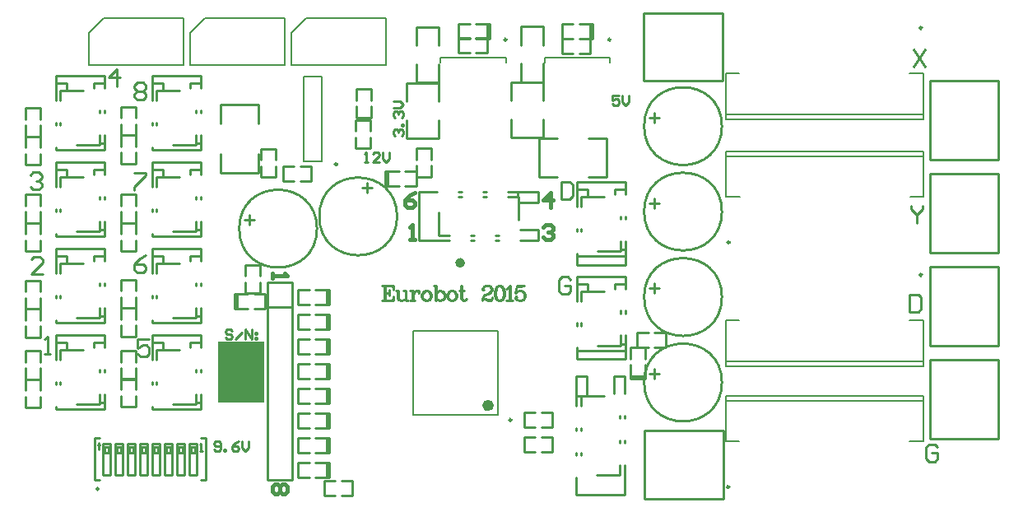
<source format=gto>
%FSAX25Y25*%
%MOIN*%
G70*
G01*
G75*
%ADD10O,0.06890X0.02165*%
%ADD11O,0.02165X0.06890*%
%ADD12R,0.03740X0.07480*%
%ADD13R,0.21654X0.27165*%
%ADD14R,0.11811X0.05906*%
%ADD15R,0.11811X0.05906*%
%ADD16R,0.02992X0.04921*%
%ADD17O,0.08661X0.02362*%
%ADD18R,0.12500X0.06000*%
%ADD19R,0.10000X0.06000*%
%ADD20R,0.03000X0.03000*%
%ADD21R,0.03000X0.03000*%
%ADD22R,0.05906X0.11811*%
%ADD23R,0.05906X0.11811*%
%ADD24R,0.06000X0.06000*%
%ADD25R,0.06000X0.12500*%
%ADD26C,0.03500*%
%ADD27C,0.01200*%
%ADD28C,0.01500*%
%ADD29C,0.05000*%
%ADD30C,0.08000*%
%ADD31C,0.06000*%
%ADD32C,0.08661*%
%ADD33R,0.10000X0.10000*%
%ADD34C,0.10000*%
%ADD35C,0.06693*%
%ADD36R,0.06693X0.06693*%
%ADD37C,0.06890*%
%ADD38R,0.06890X0.06890*%
%ADD39R,0.10000X0.10000*%
%ADD40C,0.23622*%
%ADD41C,0.03200*%
%ADD42O,0.06693X0.01378*%
%ADD43R,0.06693X0.01378*%
%ADD44R,0.06000X0.06000*%
%ADD45R,0.05000X0.06000*%
%ADD46R,0.06000X0.10000*%
%ADD47C,0.00984*%
%ADD48C,0.02362*%
%ADD49C,0.01000*%
%ADD50C,0.02000*%
%ADD51C,0.00787*%
%ADD52C,0.00500*%
%ADD53R,0.18800X0.24800*%
D28*
X0100000Y-0105500D02*
Y-0107499D01*
Y-0106500D01*
X0105998D01*
X0104998Y-0105500D01*
Y-0190800D02*
X0105998Y-0191800D01*
Y-0193799D01*
X0104998Y-0194799D01*
X0103999D01*
X0102999Y-0193799D01*
X0101999Y-0194799D01*
X0101000D01*
X0100000Y-0193799D01*
Y-0191800D01*
X0101000Y-0190800D01*
X0101999D01*
X0102999Y-0191800D01*
X0103999Y-0190800D01*
X0104998D01*
X0102999Y-0191800D02*
Y-0193799D01*
X0209400Y-0086802D02*
X0210400Y-0085802D01*
X0212399D01*
X0213399Y-0086802D01*
Y-0087801D01*
X0212399Y-0088801D01*
X0211399D01*
X0212399D01*
X0213399Y-0089801D01*
Y-0090800D01*
X0212399Y-0091800D01*
X0210400D01*
X0209400Y-0090800D01*
X0212399Y-0078800D02*
Y-0072802D01*
X0209400Y-0075801D01*
X0213399D01*
X0157399Y-0072802D02*
X0155399Y-0073802D01*
X0153400Y-0075801D01*
Y-0077800D01*
X0154400Y-0078800D01*
X0156399D01*
X0157399Y-0077800D01*
Y-0076801D01*
X0156399Y-0075801D01*
X0153400D01*
X0155400Y-0091800D02*
X0157399D01*
X0156400D01*
Y-0085802D01*
X0155400Y-0086802D01*
D47*
X0196736Y-0164728D02*
G03*
X0196736Y-0164728I-0000492J0000000D01*
G01*
X0194704Y-0010774D02*
G03*
X0194704Y-0010774I-0000492J0000000D01*
G01*
X0284916Y-0191876D02*
G03*
X0284916Y-0191876I-0000492J0000000D01*
G01*
X0029531Y-0192706D02*
G03*
X0029531Y-0192706I-0000492J0000000D01*
G01*
X0126141Y-0061247D02*
G03*
X0126141Y-0061247I-0000492J0000000D01*
G01*
X0362994Y-0005985D02*
G03*
X0362994Y-0005985I-0000492J0000000D01*
G01*
X0285090Y-0092900D02*
G03*
X0285090Y-0092900I-0000492J0000000D01*
G01*
X0362994Y-0105985D02*
G03*
X0362994Y-0105985I-0000492J0000000D01*
G01*
X0236904Y-0010774D02*
G03*
X0236904Y-0010774I-0000492J0000000D01*
G01*
D48*
X0188370Y-0158921D02*
G03*
X0188370Y-0158921I-0001181J0000000D01*
G01*
D49*
X0117910Y-0087300D02*
G03*
X0117910Y-0087300I-0015748J0000000D01*
G01*
X0281910Y-0045800D02*
G03*
X0281910Y-0045800I-0015748J0000000D01*
G01*
Y-0080400D02*
G03*
X0281910Y-0080400I-0015748J0000000D01*
G01*
Y-0115000D02*
G03*
X0281910Y-0115000I-0015748J0000000D01*
G01*
Y-0149600D02*
G03*
X0281910Y-0149600I-0015748J0000000D01*
G01*
X0150348Y-0082362D02*
G03*
X0150348Y-0082362I-0015748J0000000D01*
G01*
X0250500Y-0196614D02*
Y-0169100D01*
X0282500D01*
X0250500Y-0196614D02*
X0282500D01*
Y-0169100D01*
X0051057Y-0025557D02*
X0051215Y-0025400D01*
X0070700D01*
X0051057Y-0028500D02*
Y-0025557D01*
X0070700Y-0025400D02*
X0070743Y-0025443D01*
Y-0028500D02*
Y-0025443D01*
X0051057Y-0035447D02*
X0051057Y-0028500D01*
X0051057Y-0045447D02*
Y-0044353D01*
X0068774Y-0040447D02*
Y-0039353D01*
X0055388Y-0031358D02*
X0062353D01*
X0053026D02*
X0055388D01*
X0053026D02*
X0055388D01*
X0066412Y-0028500D02*
X0070743D01*
X0051057D02*
X0055388D01*
X0066412Y-0030447D02*
Y-0028500D01*
X0055388Y-0031358D02*
Y-0028500D01*
X0070743Y-0040447D02*
Y-0039353D01*
X0053026Y-0045447D02*
Y-0044353D01*
X0053026Y-0035447D02*
Y-0031358D01*
X0070743Y-0028500D02*
X0070743Y-0030447D01*
X0051057Y-0055500D02*
Y-0054353D01*
X0070743Y-0055500D02*
X0070743Y-0049353D01*
X0051057Y-0055500D02*
X0070743D01*
X0068774Y-0052873D02*
X0070743D01*
X0059447Y-0053444D02*
X0068774D01*
Y-0053442D02*
Y-0049353D01*
X0098000Y-0119000D02*
X0108000D01*
Y-0189000D02*
Y-0109000D01*
X0098000Y-0189000D02*
X0108000D01*
X0098000D02*
Y-0109000D01*
X0108000D01*
X0029609Y-0176643D02*
Y-0174202D01*
X0029609D02*
X0030003Y-0175029D01*
X0029216D02*
X0029609Y-0174202D01*
X0027700Y-0189100D02*
Y-0172100D01*
X0033688Y-0178100D02*
Y-0175777D01*
X0031720D02*
X0033688D01*
X0031700Y-0178100D02*
X0033688D01*
X0031700D02*
Y-0175797D01*
X0038688Y-0178080D02*
Y-0175777D01*
X0036700D02*
X0038688D01*
X0036700Y-0178100D02*
X0038669D01*
X0036700D02*
Y-0175777D01*
X0043688Y-0178080D02*
Y-0175777D01*
X0041700D02*
X0043688D01*
X0041700Y-0178100D02*
X0043668D01*
X0041700D02*
Y-0175777D01*
X0048688Y-0178080D02*
Y-0175777D01*
X0046700D02*
X0048688D01*
X0046700Y-0178100D02*
X0048669D01*
X0046700D02*
Y-0175777D01*
X0031322Y-0174301D02*
X0034078D01*
X0031322Y-0186899D02*
Y-0174301D01*
Y-0186899D02*
X0034078D01*
Y-0174301D01*
X0036322D02*
X0039078D01*
X0036322Y-0186899D02*
Y-0174301D01*
Y-0186899D02*
X0039078D01*
Y-0174301D01*
X0041322D02*
X0044078D01*
X0041322Y-0186899D02*
Y-0174301D01*
Y-0186899D02*
X0044078D01*
Y-0174301D01*
X0049078Y-0186899D02*
Y-0174301D01*
X0046322Y-0186899D02*
X0049078D01*
X0046322D02*
Y-0174301D01*
X0049078D01*
X0027700Y-0189100D02*
X0029704D01*
X0027700Y-0172100D02*
X0029704D01*
X0072700Y-0189100D02*
Y-0172100D01*
X0066322Y-0174301D02*
X0069078D01*
X0066322Y-0186899D02*
Y-0174301D01*
Y-0186899D02*
X0069078D01*
Y-0174301D01*
X0064078Y-0186899D02*
Y-0174301D01*
X0061322Y-0186899D02*
X0064078D01*
X0061322D02*
Y-0174301D01*
X0064078D01*
X0059078Y-0186899D02*
Y-0174301D01*
X0056322Y-0186899D02*
X0059078D01*
X0056322D02*
Y-0174301D01*
X0059078D01*
X0066700Y-0178100D02*
Y-0175777D01*
Y-0178100D02*
X0068669D01*
X0066700Y-0175777D02*
X0068688D01*
Y-0178080D02*
Y-0175777D01*
X0061700Y-0178100D02*
Y-0175777D01*
Y-0178100D02*
X0063669D01*
X0061700Y-0175777D02*
X0063688D01*
Y-0178080D02*
Y-0175777D01*
X0056700Y-0178100D02*
Y-0175777D01*
Y-0178100D02*
X0058669D01*
X0056700Y-0175777D02*
X0058688D01*
Y-0178080D02*
Y-0175777D01*
X0051322Y-0174301D02*
X0054078D01*
X0051322Y-0186899D02*
Y-0174301D01*
Y-0186899D02*
X0054078D01*
Y-0174301D01*
X0051700Y-0178100D02*
Y-0175777D01*
Y-0178100D02*
X0053668D01*
X0051700Y-0175777D02*
X0053688D01*
Y-0178080D02*
Y-0175777D01*
X0070696Y-0189100D02*
X0072700D01*
X0070696Y-0172100D02*
X0072700D01*
X0240674Y-0187042D02*
Y-0182953D01*
X0231347Y-0187044D02*
X0240674D01*
X0222957Y-0195056D02*
X0242643D01*
X0242643Y-0182953D01*
X0222957Y-0187953D02*
X0222957Y-0195056D01*
X0222957Y-0159047D02*
X0222957Y-0146944D01*
X0222957Y-0179047D02*
Y-0177953D01*
Y-0169047D02*
Y-0167953D01*
X0240674Y-0164047D02*
Y-0162953D01*
X0240674Y-0174047D02*
Y-0172953D01*
X0227288Y-0154958D02*
X0234253D01*
X0224926D02*
X0227288D01*
X0224926D02*
X0227288D01*
X0238312Y-0146946D02*
X0242643D01*
X0222957Y-0146945D02*
X0227288D01*
X0238312Y-0154047D02*
Y-0146946D01*
X0227288Y-0154958D02*
Y-0146946D01*
X0242643Y-0174047D02*
Y-0172953D01*
X0242643Y-0164047D02*
Y-0162953D01*
X0224926Y-0179047D02*
Y-0177953D01*
X0224926Y-0169047D02*
Y-0167953D01*
X0224926Y-0159047D02*
Y-0154958D01*
X0242643Y-0146946D02*
X0242643Y-0154047D01*
X0222957Y-0155055D02*
X0224926D01*
X0078850Y-0064650D02*
X0094350D01*
Y-0057150D01*
X0078850Y-0064650D02*
Y-0057150D01*
X0094350Y-0044650D02*
Y-0037150D01*
X0078850Y-0044650D02*
Y-0037150D01*
X0094350D01*
X0167200Y-0035750D02*
Y-0028250D01*
X0154200D02*
X0167200D01*
X0154200Y-0035750D02*
Y-0028250D01*
X0167200Y-0050750D02*
Y-0043250D01*
X0154200Y-0050750D02*
X0167200D01*
X0154200D02*
Y-0043250D01*
X0110250Y-0188000D02*
Y-0182000D01*
Y-0188000D02*
X0114750D01*
X0110250Y-0182000D02*
X0114750D01*
X0117250Y-0188000D02*
X0122750D01*
X0117250Y-0182000D02*
X0122750D01*
X0121750Y-0188000D02*
Y-0182000D01*
X0122750Y-0188000D02*
Y-0182000D01*
X0247650Y-0135400D02*
Y-0129400D01*
Y-0135400D02*
X0252150D01*
X0247650Y-0129400D02*
X0252150D01*
X0254650Y-0135400D02*
X0259150D01*
X0254650Y-0129400D02*
X0259150D01*
Y-0135400D02*
Y-0129400D01*
X0158200Y-0066250D02*
X0164200D01*
Y-0061750D01*
X0158200Y-0066250D02*
Y-0061750D01*
X0164200Y-0059250D02*
Y-0054750D01*
X0158200Y-0059250D02*
Y-0054750D01*
X0164200D01*
X0088900Y-0113550D02*
X0094900D01*
Y-0109050D01*
X0088900Y-0113550D02*
Y-0109050D01*
X0094900Y-0106550D02*
Y-0102050D01*
X0088900Y-0106550D02*
Y-0102050D01*
X0094900D01*
X0217050Y-0016300D02*
Y-0010300D01*
Y-0016300D02*
X0221550D01*
X0217050Y-0010300D02*
X0221550D01*
X0224050Y-0016300D02*
X0228550D01*
X0224050Y-0010300D02*
X0228550D01*
Y-0016300D02*
Y-0010300D01*
X0175350Y-0016200D02*
Y-0010200D01*
Y-0016200D02*
X0179850D01*
X0175350Y-0010200D02*
X0179850D01*
X0182350Y-0016200D02*
X0186850D01*
X0182350Y-0010200D02*
X0186850D01*
Y-0016200D02*
Y-0010200D01*
X0244700Y-0135450D02*
X0250700D01*
X0244700Y-0139950D02*
Y-0135450D01*
X0250700Y-0139950D02*
Y-0135450D01*
X0244700Y-0147950D02*
Y-0142450D01*
X0250700Y-0147950D02*
Y-0142450D01*
X0244700Y-0146950D02*
X0250700D01*
X0244700Y-0147950D02*
X0250700D01*
X0158150Y-0070200D02*
Y-0064200D01*
X0153650D02*
X0158150D01*
X0153650Y-0070200D02*
X0158150D01*
X0145650Y-0064200D02*
X0151150D01*
X0145650Y-0070200D02*
X0151150D01*
X0146650D02*
Y-0064200D01*
X0145650Y-0070200D02*
Y-0064200D01*
X0096950Y-0119600D02*
Y-0113600D01*
X0092450D02*
X0096950D01*
X0092450Y-0119600D02*
X0096950D01*
X0084450Y-0113600D02*
X0089950D01*
X0084450Y-0119600D02*
X0089950D01*
X0085450D02*
Y-0113600D01*
X0084450Y-0119600D02*
Y-0113600D01*
X0217050Y-0010300D02*
Y-0004300D01*
Y-0010300D02*
X0221550D01*
X0217050Y-0004300D02*
X0221550D01*
X0224050Y-0010300D02*
X0229550D01*
X0224050Y-0004300D02*
X0229550D01*
X0228550Y-0010300D02*
Y-0004300D01*
X0229550Y-0010300D02*
Y-0004300D01*
X0175350Y-0010300D02*
Y-0004300D01*
Y-0010300D02*
X0179850D01*
X0175350Y-0004300D02*
X0179850D01*
X0182350Y-0010300D02*
X0187850D01*
X0182350Y-0004300D02*
X0187850D01*
X0186850Y-0010300D02*
Y-0004300D01*
X0187850Y-0010300D02*
Y-0004300D01*
X0167358Y-0090174D02*
X0171447D01*
X0167356D02*
Y-0080847D01*
X0159344Y-0092143D02*
Y-0072457D01*
Y-0092143D02*
X0171447Y-0092143D01*
X0159344Y-0072457D02*
X0166447Y-0072457D01*
X0195353Y-0072457D02*
X0207456Y-0072457D01*
X0175353Y-0072457D02*
X0176447D01*
X0185353D02*
X0186447D01*
X0190353Y-0090174D02*
X0191447D01*
X0180353Y-0090174D02*
X0181447D01*
X0199442Y-0083753D02*
Y-0076788D01*
Y-0074426D01*
Y-0076788D02*
Y-0074426D01*
X0207454Y-0092143D02*
Y-0087812D01*
X0207455Y-0076788D02*
Y-0072457D01*
X0200353Y-0087812D02*
X0207454D01*
X0199442Y-0076788D02*
X0207454D01*
X0180353Y-0092143D02*
X0181447D01*
X0190353Y-0092143D02*
X0191447D01*
X0175353Y-0074426D02*
X0176447D01*
X0185353Y-0074426D02*
X0186447D01*
X0195353Y-0074426D02*
X0199442D01*
X0200353Y-0092143D02*
X0207454Y-0092143D01*
X0199345Y-0074426D02*
Y-0072457D01*
X0366200Y-0059300D02*
X0393714D01*
X0366200D02*
Y-0027300D01*
X0393714Y-0059300D02*
Y-0027300D01*
X0366200D02*
X0393714D01*
X0366200Y-0096967D02*
X0393714D01*
X0366200D02*
Y-0064967D01*
X0393714Y-0096967D02*
Y-0064967D01*
X0366200D02*
X0393714D01*
X0366200Y-0134633D02*
X0393714D01*
X0366200D02*
Y-0102633D01*
X0393714Y-0134633D02*
Y-0102633D01*
X0366200D02*
X0393714D01*
X0366200Y-0172300D02*
X0393714D01*
X0366200D02*
Y-0140300D01*
X0393714Y-0172300D02*
Y-0140300D01*
X0366200D02*
X0393714D01*
X0213250Y-0177700D02*
Y-0171700D01*
X0208750D02*
X0213250D01*
X0208750Y-0177700D02*
X0213250D01*
X0201750Y-0171700D02*
X0206250D01*
X0201750Y-0177700D02*
X0206250D01*
X0201750D02*
Y-0171700D01*
X0213250Y-0167700D02*
Y-0161700D01*
X0208750D02*
X0213250D01*
X0208750Y-0167700D02*
X0213250D01*
X0201750Y-0161700D02*
X0206250D01*
X0201750Y-0167700D02*
X0206250D01*
X0201750D02*
Y-0161700D01*
X0115550Y-0068200D02*
Y-0062200D01*
X0111050D02*
X0115550D01*
X0111050Y-0068200D02*
X0115550D01*
X0104050Y-0062200D02*
X0108550D01*
X0104050Y-0068200D02*
X0108550D01*
X0104050D02*
Y-0062200D01*
X0133700Y-0042250D02*
X0139700D01*
Y-0037750D01*
X0133700Y-0042250D02*
Y-0037750D01*
X0139700Y-0035250D02*
Y-0030750D01*
X0133700Y-0035250D02*
Y-0030750D01*
X0139700D01*
X0223057Y-0106757D02*
X0223215Y-0106600D01*
X0242700D01*
X0223057Y-0109700D02*
Y-0106757D01*
X0242700Y-0106600D02*
X0242743Y-0106643D01*
Y-0109700D02*
Y-0106643D01*
X0223057Y-0140100D02*
Y-0139943D01*
Y-0140100D02*
X0242700D01*
X0223057Y-0139943D02*
Y-0136700D01*
X0242700Y-0140100D02*
X0242743Y-0140057D01*
Y-0136700D01*
X0223057Y-0116647D02*
X0223057Y-0109700D01*
X0223057Y-0126647D02*
Y-0125553D01*
X0240774Y-0121647D02*
Y-0120553D01*
X0227388Y-0112558D02*
X0234353D01*
X0225026D02*
X0227388D01*
X0225026D02*
X0227388D01*
X0238412Y-0109700D02*
X0242743D01*
X0223057D02*
X0227388D01*
X0238412Y-0111647D02*
Y-0109700D01*
X0227388Y-0112558D02*
Y-0109700D01*
X0242743Y-0121647D02*
Y-0120553D01*
X0225026Y-0126647D02*
Y-0125553D01*
X0225026Y-0116647D02*
Y-0112558D01*
X0242743Y-0109700D02*
X0242743Y-0111647D01*
X0223057Y-0136700D02*
Y-0135553D01*
X0242743Y-0136700D02*
X0242743Y-0130553D01*
X0223057Y-0136700D02*
X0242743D01*
X0240774Y-0134073D02*
X0242743D01*
X0231447Y-0134644D02*
X0240774D01*
Y-0134642D02*
Y-0130553D01*
X0223057Y-0068557D02*
X0223215Y-0068400D01*
X0242700D01*
X0223057Y-0071500D02*
Y-0068557D01*
X0242700Y-0068400D02*
X0242743Y-0068443D01*
Y-0071500D02*
Y-0068443D01*
X0223057Y-0101900D02*
Y-0101743D01*
Y-0101900D02*
X0242700D01*
X0223057Y-0101743D02*
Y-0098500D01*
X0242700Y-0101900D02*
X0242743Y-0101857D01*
Y-0098500D01*
X0223057Y-0078447D02*
X0223057Y-0071500D01*
X0223057Y-0088447D02*
Y-0087353D01*
X0240774Y-0083447D02*
Y-0082353D01*
X0227388Y-0074358D02*
X0234353D01*
X0225026D02*
X0227388D01*
X0225026D02*
X0227388D01*
X0238412Y-0071500D02*
X0242743D01*
X0223057D02*
X0227388D01*
X0238412Y-0073447D02*
Y-0071500D01*
X0227388Y-0074358D02*
Y-0071500D01*
X0242743Y-0083447D02*
Y-0082353D01*
X0225026Y-0088447D02*
Y-0087353D01*
X0225026Y-0078447D02*
Y-0074358D01*
X0242743Y-0071500D02*
X0242743Y-0073447D01*
X0223057Y-0098500D02*
Y-0097353D01*
X0242743Y-0098500D02*
X0242743Y-0092353D01*
X0223057Y-0098500D02*
X0242743D01*
X0240774Y-0095873D02*
X0242743D01*
X0231447Y-0096444D02*
X0240774D01*
Y-0096442D02*
Y-0092353D01*
X0282300Y-0027500D02*
Y0000014D01*
X0250300Y-0027500D02*
X0282300D01*
X0250300Y0000014D02*
X0282300D01*
X0250300Y-0027500D02*
Y0000014D01*
X0120750Y-0195400D02*
Y-0189400D01*
Y-0195400D02*
X0125250D01*
X0120750Y-0189400D02*
X0125250D01*
X0127750Y-0195400D02*
X0132250D01*
X0127750Y-0189400D02*
X0132250D01*
Y-0195400D02*
Y-0189400D01*
X0133600Y-0043250D02*
X0139600D01*
X0133600Y-0047750D02*
Y-0043250D01*
X0139600Y-0047750D02*
Y-0043250D01*
X0133600Y-0054750D02*
Y-0050250D01*
X0139600Y-0054750D02*
Y-0050250D01*
X0133600Y-0054750D02*
X0139600D01*
X0095200Y-0066450D02*
X0101200D01*
Y-0061950D01*
X0095200Y-0066450D02*
Y-0061950D01*
X0101200Y-0059450D02*
Y-0054950D01*
X0095200Y-0059450D02*
Y-0054950D01*
X0101200D01*
X0209400Y-0035550D02*
Y-0028050D01*
X0196400D02*
X0209400D01*
X0196400Y-0035550D02*
Y-0028050D01*
X0209400Y-0050550D02*
Y-0043050D01*
X0196400Y-0050550D02*
X0209400D01*
X0196400D02*
Y-0043050D01*
X0209400Y-0028050D02*
Y-0020550D01*
X0200400Y-0028050D02*
X0209400D01*
X0200400D02*
Y-0020550D01*
X0209400Y-0013050D02*
Y-0005550D01*
X0200400D02*
X0209400D01*
X0200400Y-0013050D02*
Y-0005550D01*
X0235250Y-0066250D02*
Y-0050750D01*
X0227750D02*
X0235250D01*
X0227750Y-0066250D02*
X0235250D01*
X0207750Y-0050750D02*
X0215250D01*
X0207750Y-0066250D02*
X0215250D01*
X0207750D02*
Y-0050750D01*
X0167200Y-0028150D02*
Y-0020650D01*
X0158200Y-0028150D02*
X0167200D01*
X0158200D02*
Y-0020650D01*
X0167200Y-0013150D02*
Y-0005650D01*
X0158200D02*
X0167200D01*
X0158200Y-0013150D02*
Y-0005650D01*
X0012057Y-0130557D02*
X0012215Y-0130400D01*
X0031700D01*
X0012057Y-0133500D02*
Y-0130557D01*
X0031700Y-0130400D02*
X0031743Y-0130443D01*
Y-0133500D02*
Y-0130443D01*
X0012057Y-0140447D02*
X0012057Y-0133500D01*
X0012057Y-0150447D02*
Y-0149353D01*
X0029774Y-0145447D02*
Y-0144353D01*
X0016388Y-0136358D02*
X0023353D01*
X0014026D02*
X0016388D01*
X0014026D02*
X0016388D01*
X0027412Y-0133500D02*
X0031743D01*
X0012057D02*
X0016388D01*
X0027412Y-0135447D02*
Y-0133500D01*
X0016388Y-0136358D02*
Y-0133500D01*
X0031743Y-0145447D02*
Y-0144353D01*
X0014026Y-0150447D02*
Y-0149353D01*
X0014026Y-0140447D02*
Y-0136358D01*
X0031743Y-0133500D02*
X0031743Y-0135447D01*
X0012057Y-0160500D02*
Y-0159353D01*
X0031743Y-0160500D02*
X0031743Y-0154353D01*
X0012057Y-0160500D02*
X0031743D01*
X0029774Y-0157873D02*
X0031743D01*
X0020447Y-0158444D02*
X0029774D01*
Y-0158442D02*
Y-0154353D01*
X0012057Y-0095557D02*
X0012215Y-0095400D01*
X0031700D01*
X0012057Y-0098500D02*
Y-0095557D01*
X0031700Y-0095400D02*
X0031743Y-0095443D01*
Y-0098500D02*
Y-0095443D01*
X0012057Y-0105447D02*
X0012057Y-0098500D01*
X0012057Y-0115447D02*
Y-0114353D01*
X0029774Y-0110447D02*
Y-0109353D01*
X0016388Y-0101358D02*
X0023353D01*
X0014026D02*
X0016388D01*
X0014026D02*
X0016388D01*
X0027412Y-0098500D02*
X0031743D01*
X0012057D02*
X0016388D01*
X0027412Y-0100447D02*
Y-0098500D01*
X0016388Y-0101358D02*
Y-0098500D01*
X0031743Y-0110447D02*
Y-0109353D01*
X0014026Y-0115447D02*
Y-0114353D01*
X0014026Y-0105447D02*
Y-0101358D01*
X0031743Y-0098500D02*
X0031743Y-0100447D01*
X0012057Y-0125500D02*
Y-0124353D01*
X0031743Y-0125500D02*
X0031743Y-0119353D01*
X0012057Y-0125500D02*
X0031743D01*
X0029774Y-0122873D02*
X0031743D01*
X0020447Y-0123444D02*
X0029774D01*
Y-0123442D02*
Y-0119353D01*
X0012057Y-0060557D02*
X0012215Y-0060400D01*
X0031700D01*
X0012057Y-0063500D02*
Y-0060557D01*
X0031700Y-0060400D02*
X0031743Y-0060443D01*
Y-0063500D02*
Y-0060443D01*
X0012057Y-0070447D02*
X0012057Y-0063500D01*
X0012057Y-0080447D02*
Y-0079353D01*
X0029774Y-0075447D02*
Y-0074353D01*
X0016388Y-0066358D02*
X0023353D01*
X0014026D02*
X0016388D01*
X0014026D02*
X0016388D01*
X0027412Y-0063500D02*
X0031743D01*
X0012057D02*
X0016388D01*
X0027412Y-0065447D02*
Y-0063500D01*
X0016388Y-0066358D02*
Y-0063500D01*
X0031743Y-0075447D02*
Y-0074353D01*
X0014026Y-0080447D02*
Y-0079353D01*
X0014026Y-0070447D02*
Y-0066358D01*
X0031743Y-0063500D02*
X0031743Y-0065447D01*
X0012057Y-0090500D02*
Y-0089353D01*
X0031743Y-0090500D02*
X0031743Y-0084353D01*
X0012057Y-0090500D02*
X0031743D01*
X0029774Y-0087873D02*
X0031743D01*
X0020447Y-0088444D02*
X0029774D01*
Y-0088442D02*
Y-0084353D01*
X0012057Y-0025557D02*
X0012215Y-0025400D01*
X0031700D01*
X0012057Y-0028500D02*
Y-0025557D01*
X0031700Y-0025400D02*
X0031743Y-0025443D01*
Y-0028500D02*
Y-0025443D01*
X0012057Y-0035447D02*
X0012057Y-0028500D01*
X0012057Y-0045447D02*
Y-0044353D01*
X0029774Y-0040447D02*
Y-0039353D01*
X0016388Y-0031358D02*
X0023353D01*
X0014026D02*
X0016388D01*
X0014026D02*
X0016388D01*
X0027412Y-0028500D02*
X0031743D01*
X0012057D02*
X0016388D01*
X0027412Y-0030447D02*
Y-0028500D01*
X0016388Y-0031358D02*
Y-0028500D01*
X0031743Y-0040447D02*
Y-0039353D01*
X0014026Y-0045447D02*
Y-0044353D01*
X0014026Y-0035447D02*
Y-0031358D01*
X0031743Y-0028500D02*
X0031743Y-0030447D01*
X0012057Y-0055500D02*
Y-0054353D01*
X0031743Y-0055500D02*
X0031743Y-0049353D01*
X0012057Y-0055500D02*
X0031743D01*
X0029774Y-0052873D02*
X0031743D01*
X0020447Y-0053444D02*
X0029774D01*
Y-0053442D02*
Y-0049353D01*
X0051057Y-0130557D02*
X0051215Y-0130400D01*
X0070700D01*
X0051057Y-0133500D02*
Y-0130557D01*
X0070700Y-0130400D02*
X0070743Y-0130443D01*
Y-0133500D02*
Y-0130443D01*
X0051057Y-0140447D02*
X0051057Y-0133500D01*
X0051057Y-0150447D02*
Y-0149353D01*
X0068774Y-0145447D02*
Y-0144353D01*
X0055388Y-0136358D02*
X0062353D01*
X0053026D02*
X0055388D01*
X0053026D02*
X0055388D01*
X0066412Y-0133500D02*
X0070743D01*
X0051057D02*
X0055388D01*
X0066412Y-0135447D02*
Y-0133500D01*
X0055388Y-0136358D02*
Y-0133500D01*
X0070743Y-0145447D02*
Y-0144353D01*
X0053026Y-0150447D02*
Y-0149353D01*
X0053026Y-0140447D02*
Y-0136358D01*
X0070743Y-0133500D02*
X0070743Y-0135447D01*
X0051057Y-0160500D02*
Y-0159353D01*
X0070743Y-0160500D02*
X0070743Y-0154353D01*
X0051057Y-0160500D02*
X0070743D01*
X0068774Y-0157873D02*
X0070743D01*
X0059447Y-0158444D02*
X0068774D01*
Y-0158442D02*
Y-0154353D01*
X0051057Y-0095557D02*
X0051215Y-0095400D01*
X0070700D01*
X0051057Y-0098500D02*
Y-0095557D01*
X0070700Y-0095400D02*
X0070743Y-0095443D01*
Y-0098500D02*
Y-0095443D01*
X0051057Y-0105447D02*
X0051057Y-0098500D01*
X0051057Y-0115447D02*
Y-0114353D01*
X0068774Y-0110447D02*
Y-0109353D01*
X0055388Y-0101358D02*
X0062353D01*
X0053026D02*
X0055388D01*
X0053026D02*
X0055388D01*
X0066412Y-0098500D02*
X0070743D01*
X0051057D02*
X0055388D01*
X0066412Y-0100447D02*
Y-0098500D01*
X0055388Y-0101358D02*
Y-0098500D01*
X0070743Y-0110447D02*
Y-0109353D01*
X0053026Y-0115447D02*
Y-0114353D01*
X0053026Y-0105447D02*
Y-0101358D01*
X0070743Y-0098500D02*
X0070743Y-0100447D01*
X0051057Y-0125500D02*
Y-0124353D01*
X0070743Y-0125500D02*
X0070743Y-0119353D01*
X0051057Y-0125500D02*
X0070743D01*
X0068774Y-0122873D02*
X0070743D01*
X0059447Y-0123444D02*
X0068774D01*
Y-0123442D02*
Y-0119353D01*
X0051057Y-0060557D02*
X0051215Y-0060400D01*
X0070700D01*
X0051057Y-0063500D02*
Y-0060557D01*
X0070700Y-0060400D02*
X0070743Y-0060443D01*
Y-0063500D02*
Y-0060443D01*
X0051057Y-0070447D02*
X0051057Y-0063500D01*
X0051057Y-0080447D02*
Y-0079353D01*
X0068774Y-0075447D02*
Y-0074353D01*
X0055388Y-0066358D02*
X0062353D01*
X0053026D02*
X0055388D01*
X0053026D02*
X0055388D01*
X0066412Y-0063500D02*
X0070743D01*
X0051057D02*
X0055388D01*
X0066412Y-0065447D02*
Y-0063500D01*
X0055388Y-0066358D02*
Y-0063500D01*
X0070743Y-0075447D02*
Y-0074353D01*
X0053026Y-0080447D02*
Y-0079353D01*
X0053026Y-0070447D02*
Y-0066358D01*
X0070743Y-0063500D02*
X0070743Y-0065447D01*
X0051057Y-0090500D02*
Y-0089353D01*
X0070743Y-0090500D02*
X0070743Y-0084353D01*
X0051057Y-0090500D02*
X0070743D01*
X0068774Y-0087873D02*
X0070743D01*
X0059447Y-0088444D02*
X0068774D01*
Y-0088442D02*
Y-0084353D01*
X-0000100Y-0159750D02*
X0005900D01*
Y-0155250D01*
X-0000100Y-0159750D02*
Y-0155250D01*
X0005900Y-0152750D02*
Y-0148250D01*
X-0000100Y-0152750D02*
Y-0148250D01*
X0005900D01*
X-0000100Y-0131250D02*
X0005900D01*
Y-0126750D01*
X-0000100Y-0131250D02*
Y-0126750D01*
X0005900Y-0124250D02*
Y-0119750D01*
X-0000100Y-0124250D02*
Y-0119750D01*
X0005900D01*
X-0000100Y-0096550D02*
X0005900D01*
Y-0092050D01*
X-0000100Y-0096550D02*
Y-0092050D01*
X0005900Y-0089550D02*
Y-0085050D01*
X-0000100Y-0089550D02*
Y-0085050D01*
X0005900D01*
X-0000100Y-0061550D02*
X0005900D01*
Y-0057050D01*
X-0000100Y-0061550D02*
Y-0057050D01*
X0005900Y-0054550D02*
Y-0050050D01*
X-0000100Y-0054550D02*
Y-0050050D01*
X0005900D01*
X0038600Y-0159550D02*
X0044600D01*
Y-0155050D01*
X0038600Y-0159550D02*
Y-0155050D01*
X0044600Y-0152550D02*
Y-0148050D01*
X0038600Y-0152550D02*
Y-0148050D01*
X0044600D01*
X0038600Y-0131050D02*
X0044600D01*
Y-0126550D01*
X0038600Y-0131050D02*
Y-0126550D01*
X0044600Y-0124050D02*
Y-0119550D01*
X0038600Y-0124050D02*
Y-0119550D01*
X0044600D01*
X0038600Y-0096450D02*
X0044600D01*
Y-0091950D01*
X0038600Y-0096450D02*
Y-0091950D01*
X0044600Y-0089450D02*
Y-0084950D01*
X0038600Y-0089450D02*
Y-0084950D01*
X0044600D01*
X0038600Y-0060950D02*
X0044600D01*
Y-0056450D01*
X0038600Y-0060950D02*
Y-0056450D01*
X0044600Y-0053950D02*
Y-0049450D01*
X0038600Y-0053950D02*
Y-0049450D01*
X0044600D01*
X-0000100Y-0136850D02*
X0005900D01*
X-0000100Y-0141350D02*
Y-0136850D01*
X0005900Y-0141350D02*
Y-0136850D01*
X-0000100Y-0148350D02*
Y-0143850D01*
X0005900Y-0148350D02*
Y-0143850D01*
X-0000100Y-0148350D02*
X0005900D01*
X-0000100Y-0108250D02*
X0005900D01*
X-0000100Y-0112750D02*
Y-0108250D01*
X0005900Y-0112750D02*
Y-0108250D01*
X-0000100Y-0119750D02*
Y-0115250D01*
X0005900Y-0119750D02*
Y-0115250D01*
X-0000100Y-0119750D02*
X0005900D01*
X-0000100Y-0073550D02*
X0005900D01*
X-0000100Y-0078050D02*
Y-0073550D01*
X0005900Y-0078050D02*
Y-0073550D01*
X-0000100Y-0085050D02*
Y-0080550D01*
X0005900Y-0085050D02*
Y-0080550D01*
X-0000100Y-0085050D02*
X0005900D01*
X-0000100Y-0038550D02*
X0005900D01*
X-0000100Y-0043050D02*
Y-0038550D01*
X0005900Y-0043050D02*
Y-0038550D01*
X-0000100Y-0050050D02*
Y-0045550D01*
X0005900Y-0050050D02*
Y-0045550D01*
X-0000100Y-0050050D02*
X0005900D01*
X0038600Y-0136850D02*
X0044600D01*
X0038600Y-0141350D02*
Y-0136850D01*
X0044600Y-0141350D02*
Y-0136850D01*
X0038600Y-0148350D02*
Y-0143850D01*
X0044600Y-0148350D02*
Y-0143850D01*
X0038600Y-0148350D02*
X0044600D01*
X0038600Y-0108050D02*
X0044600D01*
X0038600Y-0112550D02*
Y-0108050D01*
X0044600Y-0112550D02*
Y-0108050D01*
X0038600Y-0119550D02*
Y-0115050D01*
X0044600Y-0119550D02*
Y-0115050D01*
X0038600Y-0119550D02*
X0044600D01*
X0038600Y-0073450D02*
X0044600D01*
X0038600Y-0077950D02*
Y-0073450D01*
X0044600Y-0077950D02*
Y-0073450D01*
X0038600Y-0084950D02*
Y-0080450D01*
X0044600Y-0084950D02*
Y-0080450D01*
X0038600Y-0084950D02*
X0044600D01*
X0038600Y-0037900D02*
X0044600D01*
X0038600Y-0042400D02*
Y-0037900D01*
X0044600Y-0042400D02*
Y-0037900D01*
X0038600Y-0049400D02*
Y-0044900D01*
X0044600Y-0049400D02*
Y-0044900D01*
X0038600Y-0049400D02*
X0044600D01*
X0110250Y-0118000D02*
Y-0112000D01*
Y-0118000D02*
X0114750D01*
X0110250Y-0112000D02*
X0114750D01*
X0117250Y-0118000D02*
X0122750D01*
X0117250Y-0112000D02*
X0122750D01*
X0121750Y-0118000D02*
Y-0112000D01*
X0122750Y-0118000D02*
Y-0112000D01*
X0110250Y-0128000D02*
Y-0122000D01*
Y-0128000D02*
X0114750D01*
X0110250Y-0122000D02*
X0114750D01*
X0117250Y-0128000D02*
X0122750D01*
X0117250Y-0122000D02*
X0122750D01*
X0121750Y-0128000D02*
Y-0122000D01*
X0122750Y-0128000D02*
Y-0122000D01*
X0110250Y-0138000D02*
Y-0132000D01*
Y-0138000D02*
X0114750D01*
X0110250Y-0132000D02*
X0114750D01*
X0117250Y-0138000D02*
X0122750D01*
X0117250Y-0132000D02*
X0122750D01*
X0121750Y-0138000D02*
Y-0132000D01*
X0122750Y-0138000D02*
Y-0132000D01*
X0110250Y-0148000D02*
Y-0142000D01*
Y-0148000D02*
X0114750D01*
X0110250Y-0142000D02*
X0114750D01*
X0117250Y-0148000D02*
X0122750D01*
X0117250Y-0142000D02*
X0122750D01*
X0121750Y-0148000D02*
Y-0142000D01*
X0122750Y-0148000D02*
Y-0142000D01*
X0110250Y-0158000D02*
Y-0152000D01*
Y-0158000D02*
X0114750D01*
X0110250Y-0152000D02*
X0114750D01*
X0117250Y-0158000D02*
X0122750D01*
X0117250Y-0152000D02*
X0122750D01*
X0121750Y-0158000D02*
Y-0152000D01*
X0122750Y-0158000D02*
Y-0152000D01*
X0110250Y-0168000D02*
Y-0162000D01*
Y-0168000D02*
X0114750D01*
X0110250Y-0162000D02*
X0114750D01*
X0117250Y-0168000D02*
X0122750D01*
X0117250Y-0162000D02*
X0122750D01*
X0121750Y-0168000D02*
Y-0162000D01*
X0122750Y-0168000D02*
Y-0162000D01*
X0110250Y-0178000D02*
Y-0172000D01*
Y-0178000D02*
X0114750D01*
X0110250Y-0172000D02*
X0114750D01*
X0117250Y-0178000D02*
X0122750D01*
X0117250Y-0172000D02*
X0122750D01*
X0121750Y-0178000D02*
Y-0172000D01*
X0122750Y-0178000D02*
Y-0172000D01*
X0088600Y-0083801D02*
X0092599D01*
X0090599Y-0081802D02*
Y-0085800D01*
X0070400Y-0177306D02*
X0071400D01*
X0070900D01*
Y-0174307D01*
X0070400Y-0174807D01*
X0252600Y-0042301D02*
X0256599D01*
X0254599Y-0040302D02*
Y-0044300D01*
X0252600Y-0076901D02*
X0256599D01*
X0254599Y-0074902D02*
Y-0078900D01*
X0252600Y-0111501D02*
X0256599D01*
X0254599Y-0109502D02*
Y-0113500D01*
X0252600Y-0146101D02*
X0256599D01*
X0254599Y-0144102D02*
Y-0148100D01*
X0138099Y-0068800D02*
Y-0072799D01*
X0140098Y-0070799D02*
X0136100D01*
X0145157Y-0110501D02*
Y-0116500D01*
X0145443Y-0110501D02*
Y-0116500D01*
X0147157Y-0112215D02*
Y-0114500D01*
X0144300Y-0110501D02*
X0148871D01*
Y-0112215D01*
X0148585Y-0110501D01*
X0145443Y-0113358D02*
X0147157D01*
X0144300Y-0116500D02*
X0148871D01*
Y-0114786D01*
X0148585Y-0116500D01*
X0150556Y-0112501D02*
Y-0115643D01*
X0150841Y-0116214D01*
X0151698Y-0116500D01*
X0152270D01*
X0153127Y-0116214D01*
X0153698Y-0115643D01*
X0150841Y-0112501D02*
Y-0115643D01*
X0151127Y-0116214D01*
X0151698Y-0116500D01*
X0153698Y-0112501D02*
Y-0116500D01*
X0153984Y-0112501D02*
Y-0116500D01*
X0149699Y-0112501D02*
X0150841D01*
X0152841D02*
X0153984D01*
X0153698Y-0116500D02*
X0154841D01*
X0156469Y-0112501D02*
Y-0116500D01*
X0156755Y-0112501D02*
Y-0116500D01*
Y-0114215D02*
X0157040Y-0113358D01*
X0157611Y-0112786D01*
X0158183Y-0112501D01*
X0159040D01*
X0159325Y-0112786D01*
Y-0113072D01*
X0159040Y-0113358D01*
X0158754Y-0113072D01*
X0159040Y-0112786D01*
X0155612Y-0112501D02*
X0156755D01*
X0155612Y-0116500D02*
X0157611D01*
X0161953Y-0112501D02*
X0161096Y-0112786D01*
X0160525Y-0113358D01*
X0160239Y-0114215D01*
Y-0114786D01*
X0160525Y-0115643D01*
X0161096Y-0116214D01*
X0161953Y-0116500D01*
X0162525D01*
X0163382Y-0116214D01*
X0163953Y-0115643D01*
X0164239Y-0114786D01*
Y-0114215D01*
X0163953Y-0113358D01*
X0163382Y-0112786D01*
X0162525Y-0112501D01*
X0161953D01*
X0161382Y-0112786D01*
X0160811Y-0113358D01*
X0160525Y-0114215D01*
Y-0114786D01*
X0160811Y-0115643D01*
X0161382Y-0116214D01*
X0161953Y-0116500D01*
X0162525D02*
X0163096Y-0116214D01*
X0163667Y-0115643D01*
X0163953Y-0114786D01*
Y-0114215D01*
X0163667Y-0113358D01*
X0163096Y-0112786D01*
X0162525Y-0112501D01*
X0165981Y-0110501D02*
Y-0116500D01*
X0166267Y-0110501D02*
Y-0116500D01*
Y-0113358D02*
X0166838Y-0112786D01*
X0167409Y-0112501D01*
X0167981D01*
X0168838Y-0112786D01*
X0169409Y-0113358D01*
X0169695Y-0114215D01*
Y-0114786D01*
X0169409Y-0115643D01*
X0168838Y-0116214D01*
X0167981Y-0116500D01*
X0167409D01*
X0166838Y-0116214D01*
X0166267Y-0115643D01*
X0167981Y-0112501D02*
X0168552Y-0112786D01*
X0169123Y-0113358D01*
X0169409Y-0114215D01*
Y-0114786D01*
X0169123Y-0115643D01*
X0168552Y-0116214D01*
X0167981Y-0116500D01*
X0165124Y-0110501D02*
X0166267D01*
X0172237Y-0112501D02*
X0171380Y-0112786D01*
X0170809Y-0113358D01*
X0170523Y-0114215D01*
Y-0114786D01*
X0170809Y-0115643D01*
X0171380Y-0116214D01*
X0172237Y-0116500D01*
X0172808D01*
X0173665Y-0116214D01*
X0174236Y-0115643D01*
X0174522Y-0114786D01*
Y-0114215D01*
X0174236Y-0113358D01*
X0173665Y-0112786D01*
X0172808Y-0112501D01*
X0172237D01*
X0171666Y-0112786D01*
X0171094Y-0113358D01*
X0170809Y-0114215D01*
Y-0114786D01*
X0171094Y-0115643D01*
X0171666Y-0116214D01*
X0172237Y-0116500D01*
X0172808D02*
X0173380Y-0116214D01*
X0173951Y-0115643D01*
X0174236Y-0114786D01*
Y-0114215D01*
X0173951Y-0113358D01*
X0173380Y-0112786D01*
X0172808Y-0112501D01*
X0177121Y-0116500D02*
X0176836Y-0116214D01*
X0176550Y-0115357D01*
Y-0110501D01*
X0176265D01*
Y-0115357D01*
X0176550Y-0116214D01*
X0177121Y-0116500D01*
X0177693D01*
X0178264Y-0116214D01*
X0178550Y-0115643D01*
X0175408Y-0112501D02*
X0177693D01*
X0185205Y-0111644D02*
X0185491Y-0111930D01*
X0185205Y-0112215D01*
X0184920Y-0111930D01*
Y-0111644D01*
X0185205Y-0111073D01*
X0185491Y-0110787D01*
X0186348Y-0110501D01*
X0187491D01*
X0188348Y-0110787D01*
X0188633Y-0111073D01*
X0188919Y-0111644D01*
Y-0112215D01*
X0188633Y-0112786D01*
X0187776Y-0113358D01*
X0186348Y-0113929D01*
X0185777Y-0114215D01*
X0185205Y-0114786D01*
X0184920Y-0115643D01*
Y-0116500D01*
X0187491Y-0110501D02*
X0188062Y-0110787D01*
X0188348Y-0111073D01*
X0188633Y-0111644D01*
Y-0112215D01*
X0188348Y-0112786D01*
X0187491Y-0113358D01*
X0186348Y-0113929D01*
X0184920Y-0115929D02*
X0185205Y-0115643D01*
X0185777D01*
X0187205Y-0116214D01*
X0188062D01*
X0188633Y-0115929D01*
X0188919Y-0115643D01*
Y-0115072D01*
X0185777Y-0115643D02*
X0187205Y-0116500D01*
X0188348D01*
X0188633Y-0116214D01*
X0188919Y-0115643D01*
X0191518Y-0110501D02*
X0190662Y-0110787D01*
X0190090Y-0111644D01*
X0189804Y-0113072D01*
Y-0113929D01*
X0190090Y-0115357D01*
X0190662Y-0116214D01*
X0191518Y-0116500D01*
X0192090D01*
X0192947Y-0116214D01*
X0193518Y-0115357D01*
X0193804Y-0113929D01*
Y-0113072D01*
X0193518Y-0111644D01*
X0192947Y-0110787D01*
X0192090Y-0110501D01*
X0191518D01*
X0190947Y-0110787D01*
X0190662Y-0111073D01*
X0190376Y-0111644D01*
X0190090Y-0113072D01*
Y-0113929D01*
X0190376Y-0115357D01*
X0190662Y-0115929D01*
X0190947Y-0116214D01*
X0191518Y-0116500D01*
X0192090D02*
X0192661Y-0116214D01*
X0192947Y-0115929D01*
X0193232Y-0115357D01*
X0193518Y-0113929D01*
Y-0113072D01*
X0193232Y-0111644D01*
X0192947Y-0111073D01*
X0192661Y-0110787D01*
X0192090Y-0110501D01*
X0194689Y-0111644D02*
X0195261Y-0111358D01*
X0196117Y-0110501D01*
Y-0116500D01*
X0195832Y-0110787D02*
Y-0116500D01*
X0194689D02*
X0197260D01*
X0198860Y-0110501D02*
X0198288Y-0113358D01*
X0198860Y-0112786D01*
X0199717Y-0112501D01*
X0200574D01*
X0201431Y-0112786D01*
X0202002Y-0113358D01*
X0202288Y-0114215D01*
Y-0114786D01*
X0202002Y-0115643D01*
X0201431Y-0116214D01*
X0200574Y-0116500D01*
X0199717D01*
X0198860Y-0116214D01*
X0198574Y-0115929D01*
X0198288Y-0115357D01*
Y-0115072D01*
X0198574Y-0114786D01*
X0198860Y-0115072D01*
X0198574Y-0115357D01*
X0200574Y-0112501D02*
X0201145Y-0112786D01*
X0201716Y-0113358D01*
X0202002Y-0114215D01*
Y-0114786D01*
X0201716Y-0115643D01*
X0201145Y-0116214D01*
X0200574Y-0116500D01*
X0198860Y-0110501D02*
X0201716D01*
X0198860Y-0110787D02*
X0200288D01*
X0201716Y-0110501D01*
X0149668Y-0049700D02*
X0149001Y-0049034D01*
Y-0047701D01*
X0149668Y-0047034D01*
X0150334D01*
X0151001Y-0047701D01*
Y-0048367D01*
Y-0047701D01*
X0151667Y-0047034D01*
X0152333D01*
X0153000Y-0047701D01*
Y-0049034D01*
X0152333Y-0049700D01*
X0153000Y-0045701D02*
X0152333D01*
Y-0045035D01*
X0153000D01*
Y-0045701D01*
X0149668Y-0042369D02*
X0149001Y-0041703D01*
Y-0040370D01*
X0149668Y-0039703D01*
X0150334D01*
X0151001Y-0040370D01*
Y-0041036D01*
Y-0040370D01*
X0151667Y-0039703D01*
X0152333D01*
X0153000Y-0040370D01*
Y-0041703D01*
X0152333Y-0042369D01*
X0149001Y-0038370D02*
X0151667D01*
X0153000Y-0037037D01*
X0151667Y-0035704D01*
X0149001D01*
X0240066Y-0033301D02*
X0237400D01*
Y-0035301D01*
X0238733Y-0034634D01*
X0239399D01*
X0240066Y-0035301D01*
Y-0036634D01*
X0239399Y-0037300D01*
X0238066D01*
X0237400Y-0036634D01*
X0241399Y-0033301D02*
Y-0035967D01*
X0242732Y-0037300D01*
X0244064Y-0035967D01*
Y-0033301D01*
X0137100Y-0060300D02*
X0138433D01*
X0137767D01*
Y-0056301D01*
X0137100Y-0056968D01*
X0143098Y-0060300D02*
X0140432D01*
X0143098Y-0057634D01*
Y-0056968D01*
X0142432Y-0056301D01*
X0141099D01*
X0140432Y-0056968D01*
X0144431Y-0056301D02*
Y-0058967D01*
X0145764Y-0060300D01*
X0147097Y-0058967D01*
Y-0056301D01*
X0076300Y-0176634D02*
X0076966Y-0177300D01*
X0078299D01*
X0078966Y-0176634D01*
Y-0173968D01*
X0078299Y-0173301D01*
X0076966D01*
X0076300Y-0173968D01*
Y-0174634D01*
X0076966Y-0175301D01*
X0078966D01*
X0080299Y-0177300D02*
Y-0176634D01*
X0080965D01*
Y-0177300D01*
X0080299D01*
X0086297Y-0173301D02*
X0084964Y-0173968D01*
X0083631Y-0175301D01*
Y-0176634D01*
X0084297Y-0177300D01*
X0085630D01*
X0086297Y-0176634D01*
Y-0175967D01*
X0085630Y-0175301D01*
X0083631D01*
X0087630Y-0173301D02*
Y-0175967D01*
X0088963Y-0177300D01*
X0090295Y-0175967D01*
Y-0173301D01*
X0359600Y-0014602D02*
X0364265Y-0021600D01*
Y-0014602D02*
X0359600Y-0021600D01*
X0357900Y-0113902D02*
Y-0120900D01*
X0361399D01*
X0362565Y-0119734D01*
Y-0115069D01*
X0361399Y-0113902D01*
X0357900D01*
X0369265Y-0175769D02*
X0368099Y-0174602D01*
X0365766D01*
X0364600Y-0175769D01*
Y-0180434D01*
X0365766Y-0181600D01*
X0368099D01*
X0369265Y-0180434D01*
Y-0178101D01*
X0366933D01*
X0220565Y-0107969D02*
X0219399Y-0106802D01*
X0217066D01*
X0215900Y-0107969D01*
Y-0112634D01*
X0217066Y-0113800D01*
X0219399D01*
X0220565Y-0112634D01*
Y-0110301D01*
X0218233D01*
X0216700Y-0068302D02*
Y-0075300D01*
X0220199D01*
X0221365Y-0074134D01*
Y-0069469D01*
X0220199Y-0068302D01*
X0216700D01*
X0036899Y-0029700D02*
Y-0022702D01*
X0033400Y-0026201D01*
X0038065D01*
X0001700Y-0065669D02*
X0002866Y-0064502D01*
X0005199D01*
X0006365Y-0065669D01*
Y-0066835D01*
X0005199Y-0068001D01*
X0004033D01*
X0005199D01*
X0006365Y-0069167D01*
Y-0070334D01*
X0005199Y-0071500D01*
X0002866D01*
X0001700Y-0070334D01*
X0006765Y-0105700D02*
X0002100D01*
X0006765Y-0101035D01*
Y-0099869D01*
X0005599Y-0098702D01*
X0003266D01*
X0002100Y-0099869D01*
X0007600Y-0137900D02*
X0009933D01*
X0008766D01*
Y-0130902D01*
X0007600Y-0132069D01*
X0358400Y-0078202D02*
Y-0079369D01*
X0360733Y-0081701D01*
X0363065Y-0079369D01*
Y-0078202D01*
X0360733Y-0081701D02*
Y-0085200D01*
X0043900Y-0029368D02*
X0045066Y-0028202D01*
X0047399D01*
X0048565Y-0029368D01*
Y-0030535D01*
X0047399Y-0031701D01*
X0048565Y-0032867D01*
Y-0034034D01*
X0047399Y-0035200D01*
X0045066D01*
X0043900Y-0034034D01*
Y-0032867D01*
X0045066Y-0031701D01*
X0043900Y-0030535D01*
Y-0029368D01*
X0045066Y-0031701D02*
X0047399D01*
X0049965Y-0132202D02*
X0045300D01*
Y-0135701D01*
X0047633Y-0134535D01*
X0048799D01*
X0049965Y-0135701D01*
Y-0138034D01*
X0048799Y-0139200D01*
X0046466D01*
X0045300Y-0138034D01*
X0048565Y-0098202D02*
X0046233Y-0099369D01*
X0043900Y-0101701D01*
Y-0104034D01*
X0045066Y-0105200D01*
X0047399D01*
X0048565Y-0104034D01*
Y-0102867D01*
X0047399Y-0101701D01*
X0043900D01*
X0043700Y-0064702D02*
X0048365D01*
Y-0065869D01*
X0043700Y-0070534D01*
Y-0071700D01*
X0083466Y-0128568D02*
X0082799Y-0127901D01*
X0081466D01*
X0080800Y-0128568D01*
Y-0129234D01*
X0081466Y-0129901D01*
X0082799D01*
X0083466Y-0130567D01*
Y-0131234D01*
X0082799Y-0131900D01*
X0081466D01*
X0080800Y-0131234D01*
X0084799Y-0131900D02*
X0087464Y-0129234D01*
X0088797Y-0131900D02*
Y-0127901D01*
X0091463Y-0131900D01*
Y-0127901D01*
X0092796Y-0129234D02*
X0093463D01*
Y-0129901D01*
X0092796D01*
Y-0129234D01*
Y-0131234D02*
X0093463D01*
Y-0131900D01*
X0092796D01*
Y-0131234D01*
D50*
X0176900Y-0101158D02*
G03*
X0176900Y-0101158I-0001000J0000000D01*
G01*
D51*
X0191126Y-0162858D02*
Y-0128606D01*
X0156874Y-0162858D02*
Y-0128606D01*
Y-0162858D02*
X0191126D01*
X0156874Y-0128606D02*
X0191126D01*
X0194389Y-0020026D02*
Y-0018057D01*
X0168011D02*
X0194389D01*
X0168011Y-0020026D02*
Y-0018057D01*
X0357943Y-0173451D02*
X0363361D01*
X0283439D02*
X0288935D01*
X0283439Y-0156916D02*
X0363361D01*
X0283439Y-0154947D02*
X0363361D01*
X0283439Y-0173451D02*
Y-0154947D01*
X0363361Y-0173451D02*
Y-0154947D01*
X0119743Y-0060223D02*
Y-0025577D01*
X0112657Y-0060223D02*
Y-0025577D01*
Y-0060223D02*
X0119743D01*
X0112657Y-0025577D02*
X0119743D01*
X0283565Y-0024410D02*
X0288983D01*
X0357990D02*
X0363486D01*
X0283565Y-0040946D02*
X0363486D01*
X0283565Y-0042914D02*
X0363486D01*
Y-0024410D01*
X0283565Y-0042914D02*
Y-0024410D01*
X0358117Y-0074475D02*
X0363535D01*
X0283613D02*
X0289109D01*
X0283613Y-0057939D02*
X0363535D01*
X0283613Y-0055971D02*
X0363535D01*
X0283613Y-0074475D02*
Y-0055971D01*
X0363535Y-0074475D02*
Y-0055971D01*
X0283565Y-0124410D02*
X0288983D01*
X0357990D02*
X0363486D01*
X0283565Y-0140946D02*
X0363486D01*
X0283565Y-0142914D02*
X0363486D01*
Y-0124410D01*
X0283565Y-0142914D02*
Y-0124410D01*
X0236589Y-0020026D02*
Y-0018057D01*
X0210211D02*
X0236589D01*
X0210211Y-0020026D02*
Y-0018057D01*
D52*
X0025500Y-0021000D02*
Y-0008100D01*
X0031400Y-0002200D01*
X0064000D01*
Y-0021000D02*
Y-0002200D01*
X0025500Y-0021000D02*
X0064000D01*
X0066500D02*
Y-0008100D01*
X0072400Y-0002200D01*
X0105000D01*
Y-0021000D02*
Y-0002200D01*
X0066500Y-0021000D02*
X0105000D01*
X0107500D02*
Y-0008100D01*
X0113400Y-0002200D01*
X0146000D01*
Y-0021000D02*
Y-0002200D01*
X0107500Y-0021000D02*
X0146000D01*
D53*
X0087200Y-0145400D02*
D03*
M02*

</source>
